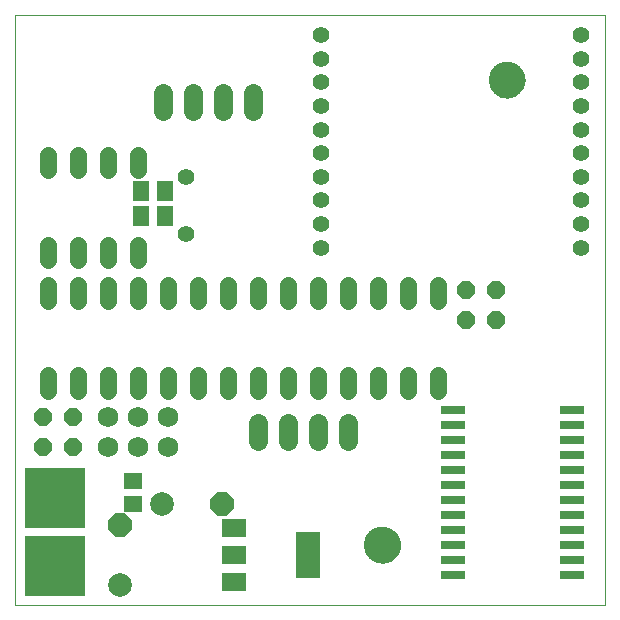
<source format=gbs>
G75*
G70*
%OFA0B0*%
%FSLAX24Y24*%
%IPPOS*%
%LPD*%
%AMOC8*
5,1,8,0,0,1.08239X$1,22.5*
%
%ADD10C,0.0000*%
%ADD11R,0.0840X0.0300*%
%ADD12C,0.0680*%
%ADD13R,0.0830X0.0630*%
%ADD14R,0.0830X0.1540*%
%ADD15R,0.1040X0.2040*%
%ADD16C,0.0560*%
%ADD17C,0.0640*%
%ADD18C,0.0555*%
%ADD19C,0.0790*%
%ADD20OC8,0.0790*%
%ADD21C,0.0560*%
%ADD22R,0.0552X0.0670*%
%ADD23C,0.1221*%
%ADD24OC8,0.0600*%
%ADD25R,0.0631X0.0552*%
D10*
X001189Y005227D02*
X001189Y024912D01*
X020874Y024912D01*
X020874Y005227D01*
X001189Y005227D01*
X012848Y007240D02*
X012850Y007288D01*
X012856Y007336D01*
X012866Y007383D01*
X012879Y007429D01*
X012897Y007474D01*
X012917Y007518D01*
X012942Y007560D01*
X012970Y007599D01*
X013000Y007636D01*
X013034Y007670D01*
X013071Y007702D01*
X013109Y007731D01*
X013150Y007756D01*
X013193Y007778D01*
X013238Y007796D01*
X013284Y007810D01*
X013331Y007821D01*
X013379Y007828D01*
X013427Y007831D01*
X013475Y007830D01*
X013523Y007825D01*
X013571Y007816D01*
X013617Y007804D01*
X013662Y007787D01*
X013706Y007767D01*
X013748Y007744D01*
X013788Y007717D01*
X013826Y007687D01*
X013861Y007654D01*
X013893Y007618D01*
X013923Y007580D01*
X013949Y007539D01*
X013971Y007496D01*
X013991Y007452D01*
X014006Y007407D01*
X014018Y007360D01*
X014026Y007312D01*
X014030Y007264D01*
X014030Y007216D01*
X014026Y007168D01*
X014018Y007120D01*
X014006Y007073D01*
X013991Y007028D01*
X013971Y006984D01*
X013949Y006941D01*
X013923Y006900D01*
X013893Y006862D01*
X013861Y006826D01*
X013826Y006793D01*
X013788Y006763D01*
X013748Y006736D01*
X013706Y006713D01*
X013662Y006693D01*
X013617Y006676D01*
X013571Y006664D01*
X013523Y006655D01*
X013475Y006650D01*
X013427Y006649D01*
X013379Y006652D01*
X013331Y006659D01*
X013284Y006670D01*
X013238Y006684D01*
X013193Y006702D01*
X013150Y006724D01*
X013109Y006749D01*
X013071Y006778D01*
X013034Y006810D01*
X013000Y006844D01*
X012970Y006881D01*
X012942Y006920D01*
X012917Y006962D01*
X012897Y007006D01*
X012879Y007051D01*
X012866Y007097D01*
X012856Y007144D01*
X012850Y007192D01*
X012848Y007240D01*
X016998Y022740D02*
X017000Y022788D01*
X017006Y022836D01*
X017016Y022883D01*
X017029Y022929D01*
X017047Y022974D01*
X017067Y023018D01*
X017092Y023060D01*
X017120Y023099D01*
X017150Y023136D01*
X017184Y023170D01*
X017221Y023202D01*
X017259Y023231D01*
X017300Y023256D01*
X017343Y023278D01*
X017388Y023296D01*
X017434Y023310D01*
X017481Y023321D01*
X017529Y023328D01*
X017577Y023331D01*
X017625Y023330D01*
X017673Y023325D01*
X017721Y023316D01*
X017767Y023304D01*
X017812Y023287D01*
X017856Y023267D01*
X017898Y023244D01*
X017938Y023217D01*
X017976Y023187D01*
X018011Y023154D01*
X018043Y023118D01*
X018073Y023080D01*
X018099Y023039D01*
X018121Y022996D01*
X018141Y022952D01*
X018156Y022907D01*
X018168Y022860D01*
X018176Y022812D01*
X018180Y022764D01*
X018180Y022716D01*
X018176Y022668D01*
X018168Y022620D01*
X018156Y022573D01*
X018141Y022528D01*
X018121Y022484D01*
X018099Y022441D01*
X018073Y022400D01*
X018043Y022362D01*
X018011Y022326D01*
X017976Y022293D01*
X017938Y022263D01*
X017898Y022236D01*
X017856Y022213D01*
X017812Y022193D01*
X017767Y022176D01*
X017721Y022164D01*
X017673Y022155D01*
X017625Y022150D01*
X017577Y022149D01*
X017529Y022152D01*
X017481Y022159D01*
X017434Y022170D01*
X017388Y022184D01*
X017343Y022202D01*
X017300Y022224D01*
X017259Y022249D01*
X017221Y022278D01*
X017184Y022310D01*
X017150Y022344D01*
X017120Y022381D01*
X017092Y022420D01*
X017067Y022462D01*
X017047Y022506D01*
X017029Y022551D01*
X017016Y022597D01*
X017006Y022644D01*
X017000Y022692D01*
X016998Y022740D01*
D11*
X015809Y011740D03*
X015809Y011240D03*
X015809Y010740D03*
X015809Y010240D03*
X015809Y009740D03*
X015809Y009240D03*
X015809Y008740D03*
X015809Y008240D03*
X015809Y007740D03*
X015809Y007240D03*
X015809Y006740D03*
X015809Y006240D03*
X019769Y006240D03*
X019769Y006740D03*
X019769Y007240D03*
X019769Y007740D03*
X019769Y008240D03*
X019769Y008740D03*
X019769Y009240D03*
X019769Y009740D03*
X019769Y010240D03*
X019769Y010740D03*
X019769Y011240D03*
X019769Y011740D03*
D12*
X006289Y011490D03*
X006289Y010490D03*
X005289Y010490D03*
X005289Y011490D03*
X004289Y011490D03*
X004289Y010490D03*
D13*
X008499Y007800D03*
X008499Y006900D03*
X008499Y006000D03*
D14*
X010979Y006890D03*
D15*
X003039Y006540D03*
X002039Y006540D03*
X002039Y008790D03*
X003039Y008790D03*
D16*
X003289Y012380D02*
X003289Y012900D01*
X002289Y012900D02*
X002289Y012380D01*
X002289Y015380D02*
X002289Y015900D01*
X002289Y016730D02*
X002289Y017250D01*
X003289Y017250D02*
X003289Y016730D01*
X003289Y015900D02*
X003289Y015380D01*
X004289Y015380D02*
X004289Y015900D01*
X004289Y016730D02*
X004289Y017250D01*
X005289Y017250D02*
X005289Y016730D01*
X005289Y015900D02*
X005289Y015380D01*
X006289Y015380D02*
X006289Y015900D01*
X007289Y015900D02*
X007289Y015380D01*
X008289Y015380D02*
X008289Y015900D01*
X009289Y015900D02*
X009289Y015380D01*
X010289Y015380D02*
X010289Y015900D01*
X011289Y015900D02*
X011289Y015380D01*
X012289Y015380D02*
X012289Y015900D01*
X013289Y015900D02*
X013289Y015380D01*
X014289Y015380D02*
X014289Y015900D01*
X015289Y015900D02*
X015289Y015380D01*
X015289Y012900D02*
X015289Y012380D01*
X014289Y012380D02*
X014289Y012900D01*
X013289Y012900D02*
X013289Y012380D01*
X012289Y012380D02*
X012289Y012900D01*
X011289Y012900D02*
X011289Y012380D01*
X010289Y012380D02*
X010289Y012900D01*
X009289Y012900D02*
X009289Y012380D01*
X008289Y012380D02*
X008289Y012900D01*
X007289Y012900D02*
X007289Y012380D01*
X006289Y012380D02*
X006289Y012900D01*
X005289Y012900D02*
X005289Y012380D01*
X004289Y012380D02*
X004289Y012900D01*
X004289Y019730D02*
X004289Y020250D01*
X005289Y020250D02*
X005289Y019730D01*
X003289Y019730D02*
X003289Y020250D01*
X002289Y020250D02*
X002289Y019730D01*
D17*
X006139Y021690D02*
X006139Y022290D01*
X007139Y022290D02*
X007139Y021690D01*
X008139Y021690D02*
X008139Y022290D01*
X009139Y022290D02*
X009139Y021690D01*
X009289Y011290D02*
X009289Y010690D01*
X010289Y010690D02*
X010289Y011290D01*
X011289Y011290D02*
X011289Y010690D01*
X012289Y010690D02*
X012289Y011290D01*
D18*
X011409Y017147D03*
X011409Y017934D03*
X011409Y018722D03*
X011409Y019509D03*
X011409Y020296D03*
X011409Y021084D03*
X011409Y021871D03*
X011409Y022659D03*
X011409Y023446D03*
X011409Y024233D03*
X020070Y024233D03*
X020070Y023446D03*
X020070Y022659D03*
X020070Y021871D03*
X020070Y021084D03*
X020070Y020296D03*
X020070Y019509D03*
X020070Y018722D03*
X020070Y017934D03*
X020070Y017147D03*
D19*
X006089Y008590D03*
X004689Y005890D03*
D20*
X004689Y007890D03*
X008089Y008590D03*
D21*
X006889Y017590D03*
X006889Y019490D03*
D22*
X006183Y019040D03*
X005396Y019040D03*
X005396Y018190D03*
X006183Y018190D03*
D23*
X013439Y007240D03*
X017589Y022740D03*
D24*
X017239Y015740D03*
X017239Y014740D03*
X016239Y014740D03*
X016239Y015740D03*
X003139Y011490D03*
X003139Y010490D03*
X002139Y010490D03*
X002139Y011490D03*
D25*
X005139Y009364D03*
X005139Y008616D03*
M02*

</source>
